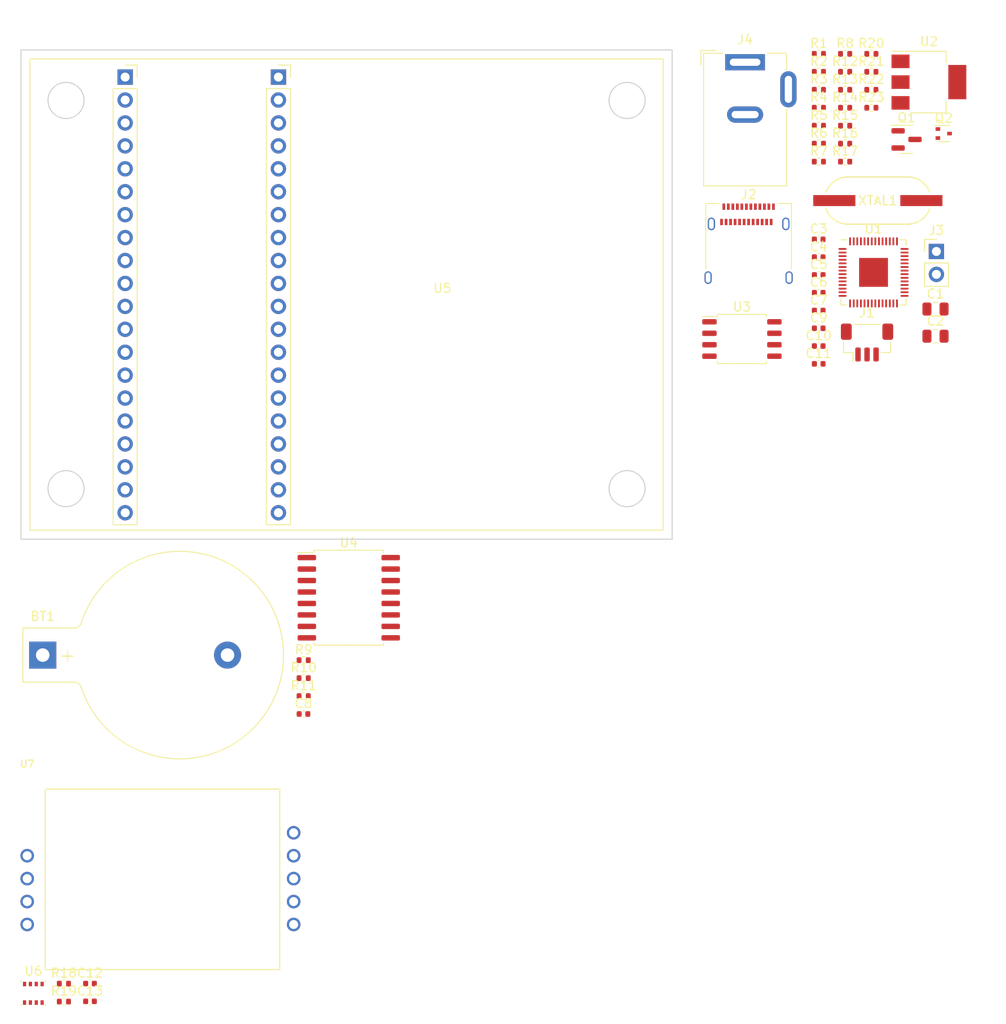
<source format=kicad_pcb>
(kicad_pcb (version 20221018) (generator pcbnew)
  (layers (0 "F.Cu" signal) (31 "B.Cu" signal) (34 "B.Paste" user) (35 "F.Paste" user) (36 "B.SilkS" user "B.Silkscreen") (37 "F.SilkS" user "F.Silkscreen") (38 "B.Mask" user) (39 "F.Mask" user) (44 "Edge.Cuts" user))
  (net 0 "")
  (net 1 "Net-(BT1-+)")
  (net 2 "GND")
  (net 3 "+5V")
  (net 4 "+3.3V")
  (net 5 "/XIN")
  (net 6 "Net-(C5-Pad2)")
  (net 7 "+1V1")
  (net 8 "Net-(Q2-D)")
  (net 9 "+3V3")
  (net 10 "/DEBUG_SC")
  (net 11 "/DEBUG_SD")
  (net 14 "VBUS")
  (net 15 "Net-(J2-CC1)")
  (net 16 "/USB_D+")
  (net 17 "/USB_D-")
  (net 23 "Net-(J2-CC2)")
  (net 27 "Net-(J3-Pin_1)")
  (net 28 "Net-(J4-POWER)")
  (net 29 "/VSYS_SENSE")
  (net 30 "/FLASH_CS")
  (net 31 "/XOUT")
  (net 32 "Net-(U1-USB_DP)")
  (net 33 "Net-(U1-USB_DM)")
  (net 34 "/Display-RTC/I2C0_SCL")
  (net 35 "/Display-RTC/I2C0_SDA")
  (net 36 "/Display-RTC/RTC_IRQ")
  (net 37 "/GPIO_5")
  (net 38 "/SDIO_CLK")
  (net 39 "/GPIO_18")
  (net 40 "/SDIO_CMD")
  (net 41 "/GPIO_19")
  (net 42 "/SDIO_D0")
  (net 43 "/GPIO_20")
  (net 44 "/SDIO_D1")
  (net 45 "/GPIO_21")
  (net 46 "/SDIO_D2")
  (net 47 "/GPIO_22")
  (net 48 "/SDIO_D3CS")
  (net 49 "/Sensors/I2C1_SCL")
  (net 50 "/Sensors/I2C1_SDA")
  (net 51 "/I2C0_SDA")
  (net 52 "/I2C0_SCL")
  (net 53 "/GPIO_0")
  (net 54 "/GPIO_1")
  (net 55 "/I2C1_SDA")
  (net 56 "/I2C1_SCL")
  (net 60 "/DISPLAY_DC")
  (net 61 "/DISPLAY_CS")
  (net 62 "/SPI1_SCK")
  (net 63 "/SPI1_TX")
  (net 64 "/SPI1_RX")
  (net 65 "/DISPLAY_BL")
  (net 67 "/DISPLAY_RST")
  (net 68 "/RUN")
  (net 69 "/TP_CS")
  (net 70 "/TP_IRQ")
  (net 80 "/FLASH_SD3")
  (net 81 "/FLASH_CLK")
  (net 82 "/FLASH_SD0")
  (net 83 "/FLASH_SD2")
  (net 84 "/FLASH_SD1")
  (net 87 "/Display-RTC/SDIO_CLK")
  (net 88 "/Display-RTC/DISPLAY_DC")
  (net 89 "/Display-RTC/DISPLAY_CS")
  (net 90 "/Display-RTC/SPI1_SCK")
  (net 91 "/Display-RTC/SPI1_TX")
  (net 92 "/Display-RTC/SPI1_RX")
  (net 93 "/Display-RTC/DISPLAY_BL")
  (net 94 "/Display-RTC/DISPLAY_RST")
  (footprint "Capacitor_SMD:C_0402_1005Metric" (layer "F.Cu") (at 164.039579 63.95438)
    (fp_text reference "C7" (at 0 -1.16) (layer "F.SilkS"))
    (fp_text value "100n")
    (pad "1" smd roundrect (at -0.48 0) (size 0.56 0.62) (layers "F.Cu" "F.Paste" "F.Mask") (net 2 "GND"))
    (pad "2" smd roundrect (at 0.48 0) (size 0.56 0.62) (layers "F.Cu" "F.Paste" "F.Mask") (net 7 "+1V1"))
  )
  (footprint "Resistor_SMD:R_0402_1005Metric" (layer "F.Cu") (at 80.359579 140.51438)
    (fp_text reference "R19" (at 0 -1.17) (layer "F.SilkS"))
    (fp_text value "10k")
    (pad "1" smd roundrect (at -0.51 0) (size 0.54 0.64) (layers "F.Cu" "F.Paste" "F.Mask") (net 9 "+3V3"))
    (pad "2" smd roundrect (at 0.51 0) (size 0.54 0.64) (layers "F.Cu" "F.Paste" "F.Mask") (net 50 "/Sensors/I2C1_SDA"))
  )
  (footprint "Capacitor_SMD:C_0402_1005Metric" (layer "F.Cu") (at 164.039579 69.86438)
    (fp_text reference "C11" (at 0 -1.16) (layer "F.SilkS"))
    (fp_text value "1n")
    (pad "1" smd roundrect (at -0.48 0) (size 0.56 0.62) (layers "F.Cu" "F.Paste" "F.Mask") (net 2 "GND"))
    (pad "2" smd roundrect (at 0.48 0) (size 0.56 0.62) (layers "F.Cu" "F.Paste" "F.Mask") (net 8 "Net-(Q2-D)"))
  )
  (footprint "Resistor_SMD:R_0402_1005Metric" (layer "F.Cu") (at 164.059579 43.48438)
    (fp_text reference "R5" (at 0 -1.17) (layer "F.SilkS"))
    (fp_text value "27")
    (pad "1" smd roundrect (at -0.51 0) (size 0.54 0.64) (layers "F.Cu" "F.Paste" "F.Mask") (net 32 "Net-(U1-USB_DP)"))
    (pad "2" smd roundrect (at 0.51 0) (size 0.54 0.64) (layers "F.Cu" "F.Paste" "F.Mask") (net 16 "/USB_D+"))
  )
  (footprint "Resistor_SMD:R_0402_1005Metric" (layer "F.Cu") (at 169.879579 41.49438)
    (fp_text reference "R23" (at 0 -1.17) (layer "F.SilkS"))
    (fp_text value "0")
    (pad "1" smd roundrect (at -0.51 0) (size 0.54 0.64) (layers "F.Cu" "F.Paste" "F.Mask") (net 54 "/GPIO_1"))
    (pad "2" smd roundrect (at 0.51 0) (size 0.54 0.64) (layers "F.Cu" "F.Paste" "F.Mask") (net 52 "/I2C0_SCL"))
  )
  (footprint "Capacitor_SMD:C_0805_2012Metric" (layer "F.Cu") (at 176.989579 66.80438)
    (fp_text reference "C2" (at 0 -1.68) (layer "F.SilkS"))
    (fp_text value "10u")
    (pad "1" smd roundrect (at -0.95 0) (size 1 1.45) (layers "F.Cu" "F.Paste" "F.Mask") (net 4 "+3.3V"))
    (pad "2" smd roundrect (at 0.95 0) (size 1 1.45) (layers "F.Cu" "F.Paste" "F.Mask") (net 2 "GND"))
  )
  (footprint "Resistor_SMD:R_0402_1005Metric" (layer "F.Cu") (at 106.939579 106.67438)
    (fp_text reference "R11" (at 0 -1.17) (layer "F.SilkS"))
    (fp_text value "10k")
    (pad "1" smd roundrect (at -0.51 0) (size 0.54 0.64) (layers "F.Cu" "F.Paste" "F.Mask") (net 4 "+3.3V"))
    (pad "2" smd roundrect (at 0.51 0) (size 0.54 0.64) (layers "F.Cu" "F.Paste" "F.Mask") (net 36 "/Display-RTC/RTC_IRQ"))
  )
  (footprint "Capacitor_SMD:C_0402_1005Metric" (layer "F.Cu") (at 106.919579 108.65438)
    (fp_text reference "C8" (at 0 -1.16) (layer "F.SilkS"))
    (fp_text value "0.1u")
    (pad "1" smd roundrect (at -0.48 0) (size 0.56 0.62) (layers "F.Cu" "F.Paste" "F.Mask") (net 4 "+3.3V"))
    (pad "2" smd roundrect (at 0.48 0) (size 0.56 0.62) (layers "F.Cu" "F.Paste" "F.Mask") (net 2 "GND"))
  )
  (footprint "Capacitor_SMD:C_0402_1005Metric" (layer "F.Cu") (at 164.039579 60.01438)
    (fp_text reference "C5" (at 0 -1.16) (layer "F.SilkS"))
    (fp_text value "27p")
    (pad "1" smd roundrect (at -0.48 0) (size 0.56 0.62) (layers "F.Cu" "F.Paste" "F.Mask") (net 2 "GND"))
    (pad "2" smd roundrect (at 0.48 0) (size 0.56 0.62) (layers "F.Cu" "F.Paste" "F.Mask") (net 6 "Net-(C5-Pad2)"))
  )
  (footprint "Sensor:MH-Z19B" (layer "F.Cu") (at 76.288579 131.97288)
    (fp_text reference "U7" (at 0 -17.78) (layer "F.SilkS") (effects (font (size 0.787402 0.787402))))
    (fp_text value "MH-Z19B")
    (pad "GND" thru_hole circle (at 0 -2.54) (size 1.508 1.508) (drill 1) (layers "*.Cu" "*.Mask") (net 2 "GND"))
    (pad "RX" thru_hole circle (at 29.54 -2.54) (size 1.508 1.508) (drill 1) (layers "*.Cu" "*.Mask"))
    (pad "TX" thru_hole circle (at 29.54 -5.08) (size 1.508 1.508) (drill 1) (layers "*.Cu" "*.Mask"))
    (pad "VIN" thru_hole circle (at 0 0) (size 1.508 1.508) (drill 1) (layers "*.Cu" "*.Mask") (net 3 "+5V"))
    (pad "X@1" thru_hole circle (at 0 -5.08) (size 1.508 1.508) (drill 1) (layers "*.Cu" "*.Mask"))
    (pad "X@2" thru_hole circle (at 0 -7.62) (size 1.508 1.508) (drill 1) (layers "*.Cu" "*.Mask"))
    (pad "X@3" thru_hole circle (at 29.54 0) (size 1.508 1.508) (drill 1) (layers "*.Cu" "*.Mask"))
    (pad "X@4" thru_hole circle (at 29.54 -7.62) (size 1.508 1.508) (drill 1) (layers "*.Cu" "*.Mask"))
    (pad "XQ5" thru_hole circle (at 29.54 -10.16) (size 1.508 1.508) (drill 1) (layers "*.Cu" "*.Mask"))
  )
  (footprint "Resistor_SMD:R_0402_1005Metric" (layer "F.Cu") (at 166.969579 45.47438)
    (fp_text reference "R16" (at 0 -1.17) (layer "F.SilkS"))
    (fp_text value "0")
    (pad "1" smd roundrect (at -0.51 0) (size 0.54 0.64) (layers "F.Cu" "F.Paste" "F.Mask") (net 45 "/GPIO_21"))
    (pad "2" smd roundrect (at 0.51 0) (size 0.54 0.64) (layers "F.Cu" "F.Paste" "F.Mask") (net 46 "/SDIO_D2"))
  )
  (footprint "Capacitor_SMD:C_0402_1005Metric" (layer "F.Cu") (at 164.039579 67.89438)
    (fp_text reference "C10" (at 0 -1.16) (layer "F.SilkS"))
    (fp_text value "100n")
    (pad "1" smd roundrect (at -0.48 0) (size 0.56 0.62) (layers "F.Cu" "F.Paste" "F.Mask") (net 4 "+3.3V"))
    (pad "2" smd roundrect (at 0.48 0) (size 0.56 0.62) (layers "F.Cu" "F.Paste" "F.Mask") (net 2 "GND"))
  )
  (footprint "Capacitor_SMD:C_0402_1005Metric" (layer "F.Cu") (at 164.039579 58.04438)
    (fp_text reference "C4" (at 0 -1.16) (layer "F.SilkS"))
    (fp_text value "27p")
    (pad "1" smd roundrect (at -0.48 0) (size 0.56 0.62) (layers "F.Cu" "F.Paste" "F.Mask") (net 2 "GND"))
    (pad "2" smd roundrect (at 0.48 0) (size 0.56 0.62) (layers "F.Cu" "F.Paste" "F.Mask") (net 5 "/XIN"))
  )
  (footprint "Resistor_SMD:R_0402_1005Metric" (layer "F.Cu") (at 164.059579 35.52438)
    (fp_text reference "R1" (at 0 -1.17) (layer "F.SilkS"))
    (fp_text value "5.1k")
    (pad "1" smd roundrect (at -0.51 0) (size 0.54 0.64) (layers "F.Cu" "F.Paste" "F.Mask") (net 15 "Net-(J2-CC1)"))
    (pad "2" smd roundrect (at 0.51 0) (size 0.54 0.64) (layers "F.Cu" "F.Paste" "F.Mask") (net 2 "GND"))
  )
  (footprint "Capacitor_SMD:C_0402_1005Metric" (layer "F.Cu") (at 83.249579 138.51438)
    (fp_text reference "C12" (at 0 -1.16) (layer "F.SilkS"))
    (fp_text value "100n")
    (pad "1" smd roundrect (at -0.48 0) (size 0.56 0.62) (layers "F.Cu" "F.Paste" "F.Mask") (net 2 "GND"))
    (pad "2" smd roundrect (at 0.48 0) (size 0.56 0.62) (layers "F.Cu" "F.Paste" "F.Mask") (net 9 "+3V3"))
  )
  (footprint "Capacitor_SMD:C_0805_2012Metric" (layer "F.Cu") (at 176.989579 63.79438)
    (fp_text reference "C1" (at 0 -1.68) (layer "F.SilkS"))
    (fp_text value "10u")
    (pad "1" smd roundrect (at -0.95 0) (size 1 1.45) (layers "F.Cu" "F.Paste" "F.Mask") (net 3 "+5V"))
    (pad "2" smd roundrect (at 0.95 0) (size 1 1.45) (layers "F.Cu" "F.Paste" "F.Mask") (net 2 "GND"))
  )
  (footprint "Resistor_SMD:R_0402_1005Metric" (layer "F.Cu") (at 164.059579 39.50438)
    (fp_text reference "R3" (at 0 -1.17) (layer "F.SilkS"))
    (fp_text value "1k")
    (pad "1" smd roundrect (at -0.51 0) (size 0.54 0.64) (layers "F.Cu" "F.Paste" "F.Mask") (net 27 "Net-(J3-Pin_1)"))
    (pad "2" smd roundrect (at 0.51 0) (size 0.54 0.64) (layers "F.Cu" "F.Paste" "F.Mask") (net 30 "/FLASH_CS"))
  )
  (footprint "Connector_USB:USB_C_Receptacle_Amphenol_12401610E4-2A" (layer "F.Cu") (at 156.269579 57.47438)
    (fp_text reference "J2" (at 0 -6.36) (layer "F.SilkS"))
    (fp_text value "USB_C_Receptacle")
    (pad "" np_thru_hole circle (at -3.6 -4.36) (size 0.65 0.65) (drill 0.65) (layers "*.Cu" "*.Mask"))
    (pad "" np_thru_hole oval (at 3.6 -4.36) (size 0.95 0.65) (drill oval 0.95 0.65) (layers "*.Cu" "*.Mask"))
    (pad "A1" smd rect (at -2.75 -5.02) (size 0.3 0.7) (layers "F.Cu" "F.Paste" "F.Mask") (net 2 "GND"))
    (pad "A2" smd rect (at -2.25 -5.02) (size 0.3 0.7) (layers "F.Cu" "F.Paste" "F.Mask"))
    (pad "A3" smd rect (at -1.75 -5.02) (size 0.3 0.7) (layers "F.Cu" "F.Paste" "F.Mask"))
    (pad "A4" smd rect (at -1.25 -5.02) (size 0.3 0.7) (layers "F.Cu" "F.Paste" "F.Mask") (net 14 "VBUS"))
    (pad "A5" smd rect (at -0.75 -5.02) (size 0.3 0.7) (layers "F.Cu" "F.Paste" "F.Mask") (net 15 "Net-(J2-CC1)"))
    (pad "A6" smd rect (at -0.25 -5.02) (size 0.3 0.7) (layers "F.Cu" "F.Paste" "F.Mask") (net 16 "/USB_D+"))
    (pad "A7" smd rect (at 0.25 -5.02) (size 0.3 0.7) (layers "F.Cu" "F.Paste" "F.Mask") (net 17 "/USB_D-"))
    (pad "A8" smd rect (at 0.75 -5.02) (size 0.3 0.7) (layers "F.Cu" "F.Paste" "F.Mask"))
    (pad "A9" smd rect (at 1.25 -5.02) (size 0.3 0.7) (layers "F.Cu" "F.Paste" "F.Mask") (net 14 "VBUS"))
    (pad "A10" smd rect (at 1.75 -5.02) (size 0.3 0.7) (layers "F.Cu" "F.Paste" "F.Mask"))
    (pad "A11" smd rect (at 2.25 -5.02) (size 0.3 0.7) (layers "F.Cu" "F.Paste" "F.Mask"))
    (pad "A12" smd rect (at 2.75 -5.02) (size 0.3 0.7) (layers "F.Cu" "F.Paste" "F.Mask") (net 2 "GND"))
    (pad "B1" smd rect (at 2.5 -3.32) (size 0.3 0.7) (layers "F.Cu" "F.Paste" "F.Mask") (net 2 "GND"))
    (pad "B2" smd rect (at 2 -3.32) (size 0.3 0.7) (layers "F.Cu" "F.Paste" "F.Mask"))
    (pad "B3" smd rect (at 1.5 -3.32) (size 0.3 0.7) (layers "F.Cu" "F.Paste" "F.Mask"))
    (pad "B4" smd rect (at 1 -3.32) (size 0.3 0.7) (layers "F.Cu" "F.Paste" "F.Mask") (net 14 "VBUS"))
    (pad "B5" smd rect (at 0.5 -3.32) (size 0.3 0.7) (layers "F.Cu" "F.Paste" "F.Mask") (net 23 "Net-(J2-CC2)"))
    (pad "B6" smd rect (at 0 -3.32) (size 0.3 0.7) (layers "F.Cu" "F.Paste" "F.Mask") (net 16 "/USB_D+"))
    (pad "B7" smd rect (at -0.5 -3.32) (size 0.3 0.7) (layers "F.Cu" "F.Paste" "F.Mask") (net 17 "/USB_D-"))
    (pad "B8" smd rect (at -1 -3.32) (size 0.3 0.7) (layers "F.Cu" "F.Paste" "F.Mask"))
    (pad "B9" smd rect (at -1.5 -3.32) (size 0.3 0.7) (layers "F.Cu" "F.Paste" "F.Mask") (net 14 "VBUS"))
    (pad "B10" smd rect (at -2 -3.32) (size 0.3 0.7) (layers "F.Cu" "F.Paste" "F.Mask"))
    (pad "B11" smd rect (at -2.5 -3.32) (size 0.3 0.7) (layers "F.Cu" "F.Paste" "F.Mask"))
    (pad "B12" smd rect (at -3 -3.32) (size 0.3 0.7) (layers "F.Cu" "F.Paste" "F.Mask") (net 2 "GND"))
    (pad "S1" thru_hole oval (at -4.49 2.84) (size 0.8 1.4) (drill oval 0.5 1.1) (layers "*.Cu" "*.Mask") (net 2 "GND"))
    (pad "S1" thru_hole oval (at -4.13 -3.11) (size 0.8 1.4) (drill oval 0.5 1.1) (layers "*.Cu" "*.Mask") (net 2 "GND"))
    (pad "S1" thru_hole oval (at 4.13 -3.11) (size 0.8 1.4) (drill oval 0.5 1.1) (layers "*.Cu" "*.Mask") (net 2 "GND"))
    (pad "S1" thru_hole oval (at 4.49 2.84) (size 0.8 1.4) (drill oval 0.5 1.1) (layers "*.Cu" "*.Mask") (net 2 "GND"))
  )
  (footprint "Package_SO:SOIC-16W_7.5x10.3mm_P1.27mm" (layer "F.Cu") (at 111.939579 95.77438)
    (fp_text reference "U4" (at 0 -6.1) (layer "F.SilkS"))
    (fp_text value "DS3231M")
    (pad "1" smd roundrect (at -4.65 -4.445) (size 2.05 0.6) (layers "F.Cu" "F.Paste" "F.Mask"))
    (pad "2" smd roundrect (at -4.65 -3.175) (size 2.05 0.6) (layers "F.Cu" "F.Paste" "F.Mask") (net 4 "+3.3V"))
    (pad "3" smd roundrect (at -4.65 -1.905) (size 2.05 0.6) (layers "F.Cu" "F.Paste" "F.Mask") (net 36 "/Display-RTC/RTC_IRQ"))
    (pad "4" smd roundrect (at -4.65 -0.635) (size 2.05 0.6) (layers "F.Cu" "F.Paste" "F.Mask"))
    (pad "5" smd roundrect (at -4.65 0.635) (size 2.05 0.6) (layers "F.Cu" "F.Paste" "F.Mask") (net 2 "GND"))
    (pad "6" smd roundrect (at -4.65 1.905) (size 2.05 0.6) (layers "F.Cu" "F.Paste" "F.Mask") (net 2 "GND"))
    (pad "7" smd roundrect (at -4.65 3.175) (size 2.05 0.6) (layers "F.Cu" "F.Paste" "F.Mask") (net 2 "GND"))
    (pad "8" smd roundrect (at -4.65 4.445) (size 2.05 0.6) (layers "F.Cu" "F.Paste" "F.Mask") (net 2 "GND"))
    (pad "9" smd roundrect (at 4.65 4.445) (size 2.05 0.6) (layers "F.Cu" "F.Paste" "F.Mask") (net 2 "GND"))
    (pad "10" smd roundrect (at 4.65 3.175) (size 2.05 0.6) (layers "F.Cu" "F.Paste" "F.Mask") (net 2 "GND"))
    (pad "11" smd roundrect (at 4.65 1.905) (size 2.05 0.6) (layers "F.Cu" "F.Paste" "F.Mask") (net 2 "GND"))
    (pad "12" smd roundrect (at 4.65 0.635) (size 2.05 0.6) (layers "F.Cu" "F.Paste" "F.Mask") (net 2 "GND"))
    (pad "13" smd roundrect (at 4.65 -0.635) (size 2.05 0.6) (layers "F.Cu" "F.Paste" "F.Mask") (net 2 "GND"))
    (pad "14" smd roundrect (at 4.65 -1.905) (size 2.05 0.6) (layers "F.Cu" "F.Paste" "F.Mask") (net 1 "Net-(BT1-+)"))
    (pad "15" smd roundrect (at 4.65 -3.175) (size 2.05 0.6) (layers "F.Cu" "F.Paste" "F.Mask") (net 35 "/Display-RTC/I2C0_SDA"))
    (pad "16" smd roundrect (at 4.65 -4.445) (size 2.05 0.6) (layers "F.Cu" "F.Paste" "F.Mask") (net 34 "/Display-RTC/I2C0_SCL"))
  )
  (footprint "Package_SO:SOIC-8_5.23x5.23mm_P1.27mm" (layer "F.Cu") (at 155.529579 67.11438)
    (fp_text reference "U3" (at 0 -3.56) (layer "F.SilkS"))
    (fp_text value "W25Q128JVS")
    (pad "1" smd roundrect (at -3.6 -1.905) (size 1.6 0.6) (layers "F.Cu" "F.Paste" "F.Mask") (net 30 "/FLASH_CS"))
    (pad "2" smd roundrect (at -3.6 -0.635) (size 1.6 0.6) (layers "F.Cu" "F.Paste" "F.Mask") (net 84 "/FLASH_SD1"))
    (pad "3" smd roundrect (at -3.6 0.635) (size 1.6 0.6) (layers "F.Cu" "F.Paste" "F.Mask") (net 83 "/FLASH_SD2"))
    (pad "4" smd roundrect (at -3.6 1.905) (size 1.6 0.6) (layers "F.Cu" "F.Paste" "F.Mask") (net 2 "GND"))
    (pad "5" smd roundrect (at 3.6 1.905) (size 1.6 0.6) (layers "F.Cu" "F.Paste" "F.Mask") (net 82 "/FLASH_SD0"))
    (pad "6" smd roundrect (at 3.6 0.635) (size 1.6 0.6) (layers "F.Cu" "F.Paste" "F.Mask") (net 81 "/FLASH_CLK"))
    (pad "7" smd roundrect (at 3.6 -0.635) (size 1.6 0.6) (layers "F.Cu" "F.Paste" "F.Mask") (net 80 "/FLASH_SD3"))
    (pad "8" smd roundrect (at 3.6 -1.905) (size 1.6 0.6) (layers "F.Cu" "F.Paste" "F.Mask") (net 4 "+3.3V"))
  )
  (footprint "Connector_PinHeader_2.54mm:PinHeader_1x02_P2.54mm_Vertical" (layer "F.Cu") (at 177.089579 57.41438)
    (fp_text reference "J3" (at 0 -2.33) (layer "F.SilkS"))
    (fp_text value "USB Boot Switch")
    (pad "1" thru_hole rect (at 0 0) (size 1.7 1.7) (drill 1) (layers "*.Cu" "*.Mask") (net 27 "Net-(J3-Pin_1)"))
    (pad "2" thru_hole oval (at 0 2.54) (size 1.7 1.7) (drill 1) (layers "*.Cu" "*.Mask") (net 2 "GND"))
  )
  (footprint "Package_TO_SOT_SMD:SOT-523" (layer "F.Cu") (at 177.899579 44.35438)
    (fp_text reference "Q2" (at 0 -1.7) (layer "F.SilkS"))
    (fp_text value "DMG1012T")
    (pad "1" smd rect (at -0.645 -0.5 180) (size 0.51 0.4) (layers "F.Cu" "F.Paste" "F.Mask") (net 4 "+3.3V"))
    (pad "2" smd rect (at -0.645 0.5 180) (size 0.51 0.4) (layers "F.Cu" "F.Paste" "F.Mask") (net 29 "/VSYS_SENSE"))
    (pad "3" smd rect (at 0.645 0 180) (size 0.51 0.4) (layers "F.Cu" "F.Paste" "F.Mask") (net 8 "Net-(Q2-D)"))
  )
  (footprint "Battery:BatteryHolder_Keystone_103_1x20mm" (layer "F.Cu") (at 78.009579 102.130097)
    (fp_text reference "BT1" (at 0 -4.3) (layer "F.SilkS"))
    (fp_text value "Battery")
    (fp_text user "+" (at 2.75 0) (layer "F.SilkS") (effects (font (size 1.5 1.5))))
    (pad "1" thru_hole rect (at 0 0) (size 3 3) (drill 1.5) (layers "*.Cu" "*.Mask") (net 1 "Net-(BT1-+)"))
    (pad "2" thru_hole circle (at 20.49 0) (size 3 3) (drill 1.5) (layers "*.Cu" "*.Mask") (net 2 "GND"))
  )
  (footprint "Package_TO_SOT_SMD:SOT-23" (layer "F.Cu") (at 173.779579 45.00438)
    (fp_text reference "Q1" (at 0 -2.4) (layer "F.SilkS"))
    (fp_text value "DMG2305UX")
    (pad "1" smd roundrect (at -0.9375 -0.95) (size 1.475 0.6) (layers "F.Cu" "F.Paste" "F.Mask") (net 14 "VBUS"))
    (pad "2" smd roundrect (at -0.9375 0.95) (size 1.475 0.6) (layers "F.Cu" "F.Paste" "F.Mask") (net 3 "+5V"))
    (pad "3" smd roundrect (at 0.9375 0) (size 1.475 0.6) (layers "F.Cu" "F.Paste" "F.Mask") (net 28 "Net-(J4-POWER)"))
  )
  (footprint "Capacitor_SMD:C_0402_1005Metric" (layer "F.Cu") (at 164.039579 61.98438)
    (fp_text reference "C6" (at 0 -1.16) (layer "F.SilkS"))
    (fp_text value "1u")
    (pad "1" smd roundrect (at -0.48 0) (size 0.56 0.62) (layers "F.Cu" "F.Paste" "F.Mask") (net 7 "+1V1"))
    (pad "2" smd roundrect (at 0.48 0) (size 0.56 0.62) (layers "F.Cu" "F.Paste" "F.Mask") (net 2 "GND"))
  )
  (footprint "Resistor_SMD:R_0402_1005Metric" (layer "F.Cu") (at 164.059579 47.46438)
    (fp_text reference "R7" (at 0 -1.17) (layer "F.SilkS"))
    (fp_text value "100k")
    (pad "1" smd roundrect (at -0.51 0) (size 0.54 0.64) (layers "F.Cu" "F.Paste" "F.Mask") (net 2 "GND"))
    (pad "2" smd roundrect (at 0.51 0) (size 0.54 0.64) (layers "F.Cu" "F.Paste" "F.Mask") (net 8 "Net-(Q2-D)"))
  )
  (footprint "Capacitor_SMD:C_0402_1005Metric" (layer "F.Cu") (at 83.249579 140.48438)
    (fp_text reference "C13" (at 0 -1.16) (layer "F.SilkS"))
    (fp_text value "1u")
    (pad "1" smd roundrect (at -0.48 0) (size 0.56 0.62) (layers "F.Cu" "F.Paste" "F.Mask") (net 9 "+3V3"))
    (pad "2" smd roundrect (at 0.48 0) (size 0.56 0.62) (layers "F.Cu" "F.Paste" "F.Mask") (net 2 "GND"))
  )
  (footprint "Capacitor_SMD:C_0402_1005Metric" (layer "F.Cu") (at 164.039579 65.92438)
    (fp_text reference "C9" (at 0 -1.16) (layer "F.SilkS"))
    (fp_text value "1u")
    (pad "1" smd roundrect (at -0.48 0) (size 0.56 0.62) (layers "F.Cu" "F.Paste" "F.Mask") (net 4 "+3.3V"))
    (pad "2" smd roundrect (at 0.48 0) (size 0.56 0.62) (layers "F.Cu" "F.Paste" "F.Mask") (net 2 "GND"))
  )
  (footprint "Resistor_SMD:R_0402_1005Metric" (layer "F.Cu") (at 166.969579 41.49438)
    (fp_text reference "R14" (at 0 -1.17) (layer "F.SilkS"))
    (fp_text value "0")
    (pad "1" smd roundrect (at -0.51 0) (size 0.54 0.64) (layers "F.Cu" "F.Paste" "F.Mask") (net 41 "/GPIO_19"))
    (pad "2" smd roundrect (at 0.51 0) (size 0.54 0.64) (layers "F.Cu" "F.Paste" "F.Mask") (net 42 "/SDIO_D0"))
  )
  (footprint "Resistor_SMD:R_0402_1005Metric" (layer "F.Cu") (at 164.059579 37.51438)
    (fp_text reference "R2" (at 0 -1.17) (layer "F.SilkS"))
    (fp_text value "5.1k")
    (pad "1" smd roundrect (at -0.51 0) (size 0.54 0.64) (layers "F.Cu" "F.Paste" "F.Mask") (net 23 "Net-(J2-CC2)"))
    (pad "2" smd roundrect (at 0.51 0) (size 0.54 0.64) (layers "F.Cu" "F.Paste" "F.Mask") (net 2 "GND"))
  )
  (footprint "Display:Pico-ResTouch-LCD-2.8" (layer "F.Cu") (at 107.074579 56.40938)
    (fp_text reference "U5" (at 15.24 5.08 unlocked) (layer "F.SilkS"))
    (fp_text value "~")
    (fp_rect (start -31.48 -21.32) (end 40.72 32.88) (stroke (width 0.12)) (fill none) (layer "Edge.Cuts"))
    (fp_circle (center -26.48 -15.72) (end -24.48 -15.72) (stroke (width 0.12)) (fill none) (layer "Edge.Cuts"))
    (fp_circle (center -26.48 27.28) (end -24.48 27.28) (stroke (width 0.12)) (fill none) (layer "Edge.Cuts"))
    (fp_circle (center 35.72 -15.72) (end 37.72 -15.72) (stroke (width 0.12)) (fill none) (layer "Edge.Cuts"))
    (fp_circle (center 35.72 27.28) (end 37.72 27.28) (stroke (width 0.12)) (fill none) (layer "Edge.Cuts"))
    (pad "1" thru_hole rect (at -19.924579 -18.30938) (size 1.7 1.7) (drill 1) (layers "*.Cu" "*.Mask"))
    (pad "1" thru_hole rect (at -2.934579 -18.30938) (size 1.7 1.7) (drill 1) (layers "*.Cu" "*.Mask"))
    (pad "2" thru_hole oval (at -19.924579 -15.76938) (size 1.7 1.7) (drill 1) (layers "*.Cu" "*.Mask"))
    (pad "2" thru_hole oval (at -2.934579 -15.76938) (size 1.7 1.7) (drill 1) (layers "*.Cu" "*.Mask"))
    (pad "3" thru_hole oval (at -19.924579 -13.22938) (size 1.7 1.7) (drill 1) (layers "*.Cu" "*.Mask") (net 2 "GND"))
    (pad "3" thru_hole oval (at -2.934579 -13.22938) (size 1.7 1.7) (drill 1) (layers "*.Cu" "*.Mask") (net 2 "GND"))
    (pad "4" thru_hole oval (at -19.924579 -10.68938) (size 1.7 1.7) (drill 1) (layers "*.Cu" "*.Mask"))
    (pad "4" thru_hole oval (at -2.934579 -10.68938) (size 1.7 1.7) (drill 1) (layers "*.Cu" "*.Mask"))
    (pad "5" thru_hole oval (at -19.924579 -8.14938) (size 1.7 1.7) (drill 1) (layers "*.Cu" "*.Mask"))
    (pad "5" thru_hole oval (at -2.934579 -8.14938) (size 1.7 1.7) (drill 1) (layers "*.Cu" "*.Mask"))
    (pad "6" thru_hole oval (at -19.924579 -5.60938) (size 1.7 1.7) (drill 1) (layers "*.Cu" "*.Mask"))
    (pad "6" thru_hole oval (at -2.934579 -5.60938) (size 1.7 1.7) (drill 1) (layers "*.Cu" "*.Mask"))
    (pad "7" thru_hole oval (at -19.924579 -3.06938) (size 1.7 1.7) (drill 1) (layers "*.Cu" "*.Mask") (net 87 "/Display-RTC/SDIO_CLK"))
    (pad "7" thru_hole oval (at -2.934579 -3.06938) (size 1.7 1.7) (drill 1) (layers "*.Cu" "*.Mask") (net 87 "/Display-RTC/SDIO_CLK"))
    (pad "8" thru_hole oval (at -19.924579 -0.52938) (size 1.7 1.7) (drill 1) (layers "*.Cu" "*.Mask"))
    (pad "8" thru_hole oval (at -2.934579 -0.52938) (size 1.7 1.7) (drill 1) (layers "*.Cu" "*.Mask"))
    (pad "9" thru_hole oval (at -19.924579 2.01062) (size 1.7 1.7) (drill 1) (layers "*.Cu" "*.Mask"))
    (pad "9" thru_hole oval (at -2.934579 2.01062) (size 1.7 1.7) (drill 1) (layers "*.Cu" "*.Mask"))
    (pad "10" thru_hole oval (at -19.924579 4.55062) (size 1.7 1.7) (drill 1) (layers "*.Cu" "*.Mask"))
    (pad "10" thru_hole oval (at -2.934579 4.55062) (size 1.7 1.7) (drill 1) (layers "*.Cu" "*.Mask"))
    (pad "11" thru_hole oval (at -19.924579 7.09062) (size 1.7 1.7) (drill 1) (layers "*.Cu" "*.Mask") (net 88 "/Display-RTC/DISPLAY_DC"))
    (pad "11" thru_hole oval (at -2.934579 7.09062) (size 1.7 1.7) (drill 1) (layers "*.Cu" "*.Mask") (net 88 "/Display-RTC/DISPLAY_DC"))
    (pad "12" thru_hole oval (at -19.924579 9.63062) (size 1.7 1.7) (drill 1) (layers "*.Cu" "*.Mask") (net 89 "/Display-RTC/DISPLAY_CS"))
    (pad "12" thru_hole oval (at -2.934579 9.63062) (size 1.7 1.7) (drill 1) (layers "*.Cu" "*.Mask") (net 89 "/Display-RTC/DISPLAY_CS"))
    (pad "13" thru_hole oval (at -19.924579 12.17062) (size 1.7 1.7) (drill 1) (layers "*.Cu" "*.Mask"))
    (pad "13" thru_hole oval (at -2.934579 12.17062) (size 1.7 1.7) (drill 1) (layers "*.Cu" "*.Mask"))
    (pad "14" thru_hole oval (at -19.924579 14.71062) (size 1.7 1.7) (drill 1) (layers "*.Cu" "*.Mask") (net 90 "/Display-RTC/SPI1_SCK"))
    (pad "14" thru_hole oval (at -2.934579 14.71062) (size 1.7 1.7) (drill 1) (layers "*.Cu" "*.Mask") (net 90 "/Display-RTC/SPI1_SCK"))
    (pad "15" thru_hole oval (at -19.924579 17.25062) (size 1.7 1.7) (drill 1) (layers "*.Cu" "*.Mask") (net 91 "/Display-RTC/SPI1_TX"))
    (pad "15" thru_hole oval (at -2.934579 17.25062) (size 1.7 1.7) (drill 1) (layers "*.Cu" "*.Mask") (net 91 "/Display-RTC/SPI1_TX"))
    (pad "16" thru_hole oval (at -19.924579 19.79062) (size 1.7 1.7) (drill 1) (layers "*.Cu" "*.Mask") (net 92 "/Display-RTC/SPI1_RX"))
    (pad "16" thru_hole oval (at -2.934579 19.79062) (size 1.7 1.7) (drill 1) (layers "*.Cu" "*.Mask") (net 92 "/Display-RTC/SPI1_RX"))
    (pad "17" thru_hole oval (at -19.924579 22.33062) (size 1.7 1.7) (drill 1) (layers "*.Cu" "*.Mask") (net 93 "/Display-RTC/DISPLAY_BL"))
    (pad "17" thru_hole oval (at -2.934579 22.33062) (size 1.7 1.7) (drill 1) (layers "*.Cu" "*.Mask") (net 93 "/Display-RTC/DISPLAY_BL"))
    (pad "18" thru_hole oval (at -19.924579 24.87062) (size 1.7 1.7) (drill 1) (layers "*.Cu" "*.Mask"))
    (pad "18" thru_hole oval (at -2.934579 24.87062) (size 1.7 1.7) (drill 1) (layers "*.Cu" "*.Mask"))
    (pad "19" thru_hole oval (at -19.924579 27.41062) (size 1.7 1.7) (drill 1) (layers "*.Cu" "*.Mask"))
    (pad "19" thru_hole oval (at -2.934579 27.41062) (size 1.7 1.7) (drill 1) (layers "*.Cu" "*.Mask"))
    (pad "20" thru_hole oval (at -19.924579 29.95062) (size 1.7 1.7) (drill 1) (layers "*.Cu" "*.Mask") (net 94 "/Display-RTC/DISPLAY_RST"))
    (pad "20" thru_hole oval (at -2.934579 29.95062) (size 1.7 1.7) (drill 1) (layers "*.Cu" "*.Mask") (net 94 "/Display-RTC/DISPLAY_RST"))
  )
  (footprint "Resistor_SMD:R_0402_1005Metric" (layer "F.Cu") (at 166.969579 47.46438)
    (fp_text reference "R17" (at 0 -1.17) (layer "F.SilkS"))
    (fp_text value "0")
    (pad "1" smd roundrect (at -0.51 0) (size 0.54 0.64) (layers "F.Cu" "F.Paste" "F.Mask") (net 47 "/GPIO_22"))
    (pad "2" smd roundrect (at 0.51 0) (size 0.54 0.64) (layers "F.Cu" "F.Paste" "F.Mask") (net 48 "/SDIO_D3CS"))
  )
  (footprint "Package_TO_SOT_SMD:SOT-223-3_TabPin2" (layer "F.Cu") (at 176.259579 38.65438)
    (fp_text reference "U2" (at 0 -4.5) (layer "F.SilkS"))
    (fp_text value "NCP1117-3.3_SOT223")
    (pad "1" smd rect (at -3.15 -2.3) (size 2 1.5) (layers "F.Cu" "F.Paste" "F.Mask") (net 2 "GND"))
    (pad "2" smd rect (at -3.15 0) (size 2 1.5) (layers "F.Cu" "F.Paste" "F.Mask") (net 4 "+3.3V"))
    (pad "2" smd rect (at 3.15 0) (size 2 3.8) (layers "F.Cu" "F.Paste" "F.Mask") (net 4 "+3.3V"))
    (pad "3" smd rect (at -3.15 2.3) (size 2 1.5) (layers "F.Cu" "F.Paste" "F.Mask") (net 3 "+5V"))
  )
  (footprint "Resistor_SMD:R_0402_1005Metric" (layer "F.Cu") (at 164.059579 41.49438)
    (fp_text reference "R4" (at 0 -1.17) (layer "F.SilkS"))
    (fp_text value "1k")
    (pad "1" smd roundrect (at -0.51 0) (size 0.54 0.64) (layers "F.Cu" "F.Paste" "F.Mask") (net 6 "Net-(C5-Pad2)"))
    (pad "2" smd roundrect (at 0.51 0) (size 0.54 0.64) (layers "F.Cu" "F.Paste" "F.Mask") (net 31 "/XOUT"))
  )
  (footprint "Resistor_SMD:R_0402_1005Metric" (layer "F.Cu") (at 80.359579 138.52438)
    (fp_text reference "R18" (at 0 -1.17) (layer "F.SilkS"))
    (fp_text value "10k")
    (pad "1" smd roundrect (at -0.51 0) (size 0.54 0.64) (layers "F.Cu" "F.Paste" "F.Mask") (net 9 "+3V3"))
    (pad "2" smd roundrect (at 0.51 0) (size 0.54 0.64) (layers "F.Cu" "F.Paste" "F.Mask") (net 49 "/Sensors/I2C1_SCL"))
  )
  (footprint "Resistor_SMD:R_0402_1005Metric" (layer "F.Cu") (at 166.969579 37.51438)
    (fp_text reference "R12" (at 0 -1.17) (layer "F.SilkS"))
    (fp_text value "0")
    (pad "1" smd roundrect (at -0.51 0) (size 0.54 0.64) (layers "F.Cu" "F.Paste" "F.Mask") (net 37 "/GPIO_5"))
    (pad "2" smd roundrect (at 0.51 0) (size 0.54 0.64) (layers "F.Cu" "F.Paste" "F.Mask") (net 38 "/SDIO_CLK"))
  )
  (footprint "Resistor_SMD:R_0402_1005Metric" (layer "F.Cu") (at 166.969579 43.48438)
    (fp_text reference "R15" (at 0 -1.17) (layer "F.SilkS"))
    (fp_text value "0")
    (pad "1" smd roundrect (at -0.51 0) (size 0.54 0.64) (layers "F.Cu" "F.Paste" "F.Mask") (net 43 "/GPIO_20"))
    (pad "2" smd roundrect (at 0.51 0) (size 0.54 0.64) (layers "F.Cu" "F.Paste" "F.Mask") (net 44 "/SDIO_D1"))
  )
  (footprint "XTAL_HC-Abracon-ABLS:XTAL_HC&slash_49US_ABLS_ABR" (layer "F.Cu") (at 170.597579 51.77878)
    (fp_text reference "XTAL1" (at 0 0 unlocked) (layer "F.SilkS"))
    (fp_text value "ABLS-12.000MHZ-B2-T")
    (pad "1" smd rect (at -4.826 0 90) (size 1.2192 4.6736) (layers "F.Cu" "F.Paste" "F.Mask") (net 5 "/XIN"))
    (pad "2" smd rect (at 4.826 0 90) (size 1.2192 4.6736) (layers "F.Cu" "F.Paste" "F.Mask") (net 6 "Net-(C5-Pad2)"))
  )
  (footprint "Connector_BarrelJack:BarrelJack_Wuerth_6941xx301002" (layer "F.Cu") (at 155.879579 36.45438)
    (fp_text reference "J4" (at 0 -2.5) (layer "F.SilkS"))
    (fp_text value "694106301002")
    (pad "1" thru_hole rect (at 0 0) (size 4.4 1.8) (drill oval 3.4 0.8) (layers "*.Cu" "*.Mask") (net 28 "Net-(J4-POWER)"))
    (pad "2" thru_hole oval (at 0 5.8) (size 4 1.8) (drill oval 3 0.8) (layers "*.Cu" "*.Mask") (net 2 "GND"))
    (pad "3" thru_hole oval (at 4.8 3 90) (size 4 1.8) (drill oval 3 0.8) (layers "*.Cu" "*.Mask") (net 2 "GND"))
  )
  (footprint "Resistor_SMD:R_0402_1005Metric" (layer "F.Cu") (at 106.939579 104.68438)
    (fp_text reference "R10" (at 0 -1.17) (layer "F.SilkS"))
    (fp_text value "10k")
    (pad "1" smd roundrect (at -0.51 0) (size 0.54 0.64) (layers "F.Cu" "F.Paste" "F.Mask") (net 4 "+3.3V"))
    (pad "2" smd roundrect (at 0.51 0) (size 0.54 0.64) (layers "F.Cu" "F.Paste" "F.Mask") (net 35 "/Display-RTC/I2C0_SDA"))
  )
  (footprint "Resistor_SMD:R_0402_1005Metric" (layer "F.Cu") (at 169.879579 35.52438)
    (fp_text reference "R20" (at 0 -1.17) (layer "F.SilkS"))
    (fp_text value "0")
    (pad "1" smd roundrect (at -0.51 0) (size 0.54 0.64) (layers "F.Cu" "F.Paste" "F.Mask") (net 43 "/GPIO_20"))
    (pad "2" smd roundrect (at 0.51 0) (size 0.54 0.64) (layers "F.Cu" "F.Paste" "F.Mask") (net 51 "/I2C0_SDA"))
  )
  (footprint "Resistor_SMD:R_0402_1005Metric" (layer "F.Cu") (at 166.969579 39.50438)
    (fp_text reference "R13" (at 0 -1.17) (layer "F.SilkS"))
    (fp_text value "0")
    (pad "1" smd roundrect (at -0.51 0) (size 0.54 0.64) (layers "F.Cu" "F.Paste" "F.Mask") (net 39 "/GPIO_18"))
    (pad "2" smd roundrect (at 0.51 0) (size 0.54 0.64) (layers "F.Cu" "F.Paste" "F.Mask") (net 40 "/SDIO_CMD"))
  )
  (footprint "Resistor_SMD:R_0402_1005Metric" (layer "F.Cu") (at 169.879579 39.50438)
    (fp_text reference "R22" (at 0 -1.17) (layer "F.SilkS"))
    (fp_text value "0")
    (pad "1" smd roundrect (at -0.51 0) (size 0.54 0.64) (layers "F.Cu" "F.Paste" "F.Mask") (net 53 "/GPIO_0"))
    (pad "2" smd roundrect (at 0.51 0) (size 0.54 0.64) (layers "F.Cu" "F.Paste" "F.Mask") (net 51 "/I2C0_SDA"))
  )
  (footprint "Resistor_SMD:R_0402_1005Metric" (layer "F.Cu") (at 106.939579 102.69438)
    (fp_text reference "R9" (at 0 -1.17) (layer "F.SilkS"))
    (fp_text value "10k")
    (pad "1" smd roundrect (at -0.51 0) (size 0.54 0.64) (layers "F.Cu" "F.Paste" "F.Mask") (net 4 "+3.3V"))
    (pad "2" smd roundrect (at 0.51 0) (size 0.54 0.64) (layers "F.Cu" "F.Paste" "F.Mask") (net 34 "/Display-RTC/I2C0_SCL"))
  )
  (footprint "Package_DFN_QFN:QFN-56-1EP_7x7mm_P0.4mm_EP3.2x3.2mm" (layer "F.Cu") (at 170.119579 59.73438)
    (fp_text reference "U1" (at 0 -4.82) (layer "F.SilkS"))
    (fp_text value "RP2040")
    (pad "1" smd roundrect (at -3.4375 -2.6) (size 0.875 0.2) (layers "F.Cu" "F.Paste" "F.Mask") (net 4 "+3.3V"))
    (pad "2" smd roundrect (at -3.4375 -2.2) (size 0.875 0.2) (layers "F.Cu" "F.Paste" "F.Mask") (net 53 "/GPIO_0"))
    (pad "3" smd roundrect (at -3.4375 -1.8) (size 0.875 0.2) (layers "F.Cu" "F.Paste" "F.Mask") (net 54 "/GPIO_1"))
    (pad "4" smd roundrect (at -3.4375 -1.4) (size 0.875 0.2) (layers "F.Cu" "F.Paste" "F.Mask") (net 55 "/I2C1_SDA"))
    (pad "5" smd roundrect (at -3.4375 -1) (size 0.875 0.2) (layers "F.Cu" "F.Paste" "F.Mask") (net 56 "/I2C1_SCL"))
    (pad "6" smd roundrect (at -3.4375 -0.6) (size 0.875 0.2) (layers "F.Cu" "F.Paste" "F.Mask"))
    (pad "7" smd roundrect (at -3.4375 -0.2) (size 0.875 0.2) (layers "F.Cu" "F.Paste" "F.Mask") (net 37 "/GPIO_5"))
    (pad "8" smd roundrect (at -3.4375 0.2) (size 0.875 0.2) (layers "F.Cu" "F.Paste" "F.Mask"))
    (pad "9" smd roundrect (at -3.4375 0.6) (size 0.875 0.2) (layers "F.Cu" "F.Paste" "F.Mask"))
    (pad "10" smd roundrect (at -3.4375 1) (size 0.875 0.2) (layers "F.Cu" "F.Paste" "F.Mask") (net 4 "+3.3V"))
    (pad "11" smd roundrect (at -3.4375 1.4) (size 0.875 0.2) (layers "F.Cu" "F.Paste" "F.Mask") (net 60 "/DISPLAY_DC"))
    (pad "12" smd roundrect (at -3.4375 1.8) (size 0.875 0.2) (layers "F.Cu" "F.Paste" "F.Mask") (net 61 "/DISPLAY_CS"))
    (pad "13" smd roundrect (at -3.4375 2.2) (size 0.875 0.2) (layers "F.Cu" "F.Paste" "F.Mask") (net 62 "/SPI1_SCK"))
    (pad "14" smd roundrect (at -3.4375 2.6) (size 0.875 0.2) (layers "F.Cu" "F.Paste" "F.Mask") (net 63 "/SPI1_TX"))
    (pad "15" smd roundrect (at -2.6 3.4375) (size 0.2 0.875) (layers "F.Cu" "F.Paste" "F.Mask") (net 64 "/SPI1_RX"))
    (pad "16" smd roundrect (at -2.2 3.4375) (size 0.2 0.875) (layers "F.Cu" "F.Paste" "F.Mask") (net 65 "/DISPLAY_BL"))
    (pad "17" smd roundrect (at -1.8 3.4375) (size 0.2 0.875) (layers "F.Cu" "F.Paste" "F.Mask"))
    (pad "18" smd roundrect (at -1.4 3.4375) (size 0.2 0.875) (layers "F.Cu" "F.Paste" "F.Mask") (net 67 "/DISPLAY_RST"))
    (pad "19" smd roundrect (at -1 3.4375) (size 0.2 0.875) (layers "F.Cu" "F.Paste" "F.Mask") (net 2 "GND"))
    (pad "20" smd roundrect (at -0.6 3.4375) (size 0.2 0.875) (layers "F.Cu" "F.Paste" "F.Mask") (net 5 "/XIN"))
    (pad "21" smd roundrect (at -0.2 3.4375) (size 0.2 0.875) (layers "F.Cu" "F.Paste" "F.Mask") (net 31 "/XOUT"))
    (pad "22" smd roundrect (at 0.2 3.4375) (size 0.2 0.875) (layers "F.Cu" "F.Paste" "F.Mask") (net 4 "+3.3V"))
    (pad "23" smd roundrect (at 0.6 3.4375) (size 0.2 0.875) (layers "F.Cu" "F.Paste" "F.Mask") (net 7 "+1V1"))
    (pad "24" smd roundrect (at 1 3.4375) (size 0.2 0.875) (layers "F.Cu" "F.Paste" "F.Mask") (net 10 "/DEBUG_SC"))
    (pad "25" smd roundrect (at 1.4 3.4375) (size 0.2 0.875) (layers "F.Cu" "F.Paste" "F.Mask") (net 11 "/DEBUG_SD"))
    (pad "26" smd roundrect (at 1.8 3.4375) (size 0.2 0.875) (layers "F.Cu" "F.Paste" "F.Mask") (net 68 "/RUN"))
    (pad "27" smd roundrect (at 2.2 3.4375) (size 0.2 0.875) (layers "F.Cu" "F.Paste" "F.Mask") (net 69 "/TP_CS"))
    (pad "28" smd roundrect (at 2.6 3.4375) (size 0.2 0.875) (layers "F.Cu" "F.Paste" "F.Mask") (net 70 "/TP_IRQ"))
    (pad "29" smd roundrect (at 3.4375 2.6) (size 0.875 0.2) (layers "F.Cu" "F.Paste" "F.Mask") (net 39 "/GPIO_18"))
    (pad "30" smd roundrect (at 3.4375 2.2) (size 0.875 0.2) (layers "F.Cu" "F.Paste" "F.Mask") (net 41 "/GPIO_19"))
    (pad "31" smd roundrect (at 3.4375 1.8) (size 0.875 0.2) (layers "F.Cu" "F.Paste" "F.Mask"))
    (pad "32" smd roundrect (at 3.4375 1.4) (size 0.875 0.2) (layers "F.Cu" "F.Paste" "F.Mask"))
    (pad "33" smd roundrect (at 3.4375 1) (size 0.875 0.2) (layers "F.Cu" "F.Paste" "F.Mask") (net 4 "+3.3V"))
    (pad "34" smd roundrect (at 3.4375 0.6) (size 0.875 0.2) (layers "F.Cu" "F.Paste" "F.Mask"))
    (pad "35" smd roundrect (at 3.4375 0.2) (size 0.875 0.2) (layers "F.Cu" "F.Paste" "F.Mask"))
    (pad "36" smd roundrect (at 3.4375 -0.2) (size 0.875 0.2) (layers "F.Cu" "F.Paste" "F.Mask"))
    (pad "37" smd roundrect (at 3.4375 -0.6) (size 0.875 0.2) (layers "F.Cu" "F.Paste" "F.Mask"))
    (pad "38" smd roundrect (at 3.4375 -1) (size 0.875 0.2) (layers "F.Cu" "F.Paste" "F.Mask"))
    (pad "39" smd roundrect (at 3.4375 -1.4) (size 0.875 0.2) (layers "F.Cu" "F.Paste" "F.Mask"))
    (pad "40" smd roundrect (at 3.4375 -1.8) (size 0.875 0.2) (layers "F.Cu" "F.Paste" "F.Mask"))
    (pad "41" smd roundrect (at 3.4375 -2.2) (size 0.875 0.2) (layers "F.Cu" "F.Paste" "F.Mask") (net 29 "/VSYS_SENSE"))
    (pad "42" smd roundrect (at 3.4375 -2.6) (size 0.875 0.2) (layers "F.Cu" "F.Paste" "F.Mask") (net 4 "+3.3V"))
    (pad "43" smd roundrect (at 2.6 -3.4375) (size 0.2 0.875) (layers "F.Cu" "F.Paste" "F.Mask") (net 4 "+3.3V"))
    (pad "44" smd roundrect (at 2.2 -3.4375) (size 0.2 0.875) (layers "F.Cu" "F.Paste" "F.Mask") (net 4 "+3.3V"))
    (pad "45" smd roundrect (at 1.8 -3.4375) (size 0.2 0.875) (layers "F.Cu" "F.Paste" "F.Mask") (net 7 "+1V1"))
    (pad "46" smd roundrect (at 1.4 -3.4375) (size 0.2 0.875) (layers "F.Cu" "F.Paste" "F.Mask") (net 33 "Net-(U1-USB_DM)"))
    (pad "47" smd roundrect (at 1 -3.4375) (size 0.2 0.875) (layers "F.Cu" "F.Paste" "F.Mask") (net 32 "Net-(U1-USB_DP)"))
    (pad "48" smd roundrect (at 0.6 -3.4375) (size 0.2 0.875) (layers "F.Cu" "F.Paste" "F.Mask") (net 4 "+3.3V"))
    (pad "49" smd roundrect (at 0.2 -3.4375) (size 0.2 0.875) (layers "F.Cu" "F.Paste" "F.Mask") (net 4 "+3.3V"))
    (pad "50" smd roundrect (at -0.2 -3.4375) (size 0.2 0.875) (layers "F.Cu" "F.Paste" "F.Mask") (net 7 "+1V1"))
    (pad "51" smd roundrect (at -0.6 -3.4375) (size 0.2 0.875) (layers "F.Cu" "F.Paste" "F.Mask") (net 80 "/FLASH_SD3"))
    (pad "52" smd roundrect (at -1 -3.4375) (size 0.2 0.875) (layers "F.Cu" "F.Paste" "F.Mask") (net 81 "/FLASH_CLK"))
    (pad "53" smd roundrect (at -1.4 -3.4375) (size 0.2 0.875) (layers "F.Cu" "F.Paste" "F.Mask") (net 82 "/FLASH_SD0"))
    (pad "54" smd roundrect (at -1.8 -3.4375) (size 0.2 0.875) (layers "F.Cu" "F.Paste" "F.Mask") (net 83 "/FLASH_SD2"))
    (pad "55" smd roundrect (at -2.2 -3.4375) (size 0.2 0.875) (layers "F.Cu" "F.Paste" "F.Mask") (net 84 "/FLASH_SD1"))
    (pad "56" smd roundrect (at -2.6 -3.4375) (size 0.2 0.875) (layers "F.Cu" "F.Paste" "F.Mask") (net 30 "/FLASH_CS"))
    (pad "57" smd rect (at 0 0) (size 3.2 3.2) (layers "F.Cu" "F.Mask") (net 2 "GND"))
  )
  (footprint "Package_LGA:Bosch_LGA-8_2.5x2.5mm_P0.65mm_ClockwisePinNumbering" (layer "F.Cu") (at 76.969579 139.59438)
    (fp_text reference "U6" (at 0.015 -2.465) (layer "F.SilkS"))
    (fp_text value "BME280")
    (pad "1" smd rect (at -0.975 -1.025 90) (size 0.5 0.35) (layers "F.Cu" "F.Paste" "F.Mask") (net 2 "GND"))
    (pad "2" smd rect (at -0.325 -1.025 90) (size 0.5 0.35) (layers "F.Cu" "F.Paste" "F.Mask") (net 9 "+3V3"))
    (pad "3" smd rect (at 0.325 -1.025 90) (size 0.5 0.35) (layers "F.Cu" "F.Paste" "F.Mask") (net 50 "/Sensors/I2C1_SDA"))
    (pad "4" smd rect (at 0.975 -1.025 90) (size 0.5 0.35) (layers "F.Cu" "F.Paste" "F.Mask") (net 49 "/Sensors/I2C1_SCL"))
    (pad "5" smd rect (at 0.975 1.025 90) (size 0.5 0.35) (layers "F.Cu" "F.Paste" "F.Mask") (net 2 "GND"))
    (pad "6" smd rect (at 0.325 1.025 90) (size 0.5 0.35) (layers "F.Cu" "F.Paste" "F.Mask") (net 9 "+3V3"))
    (pad "7" smd rect (at -0.325 1.025 90) (size 0.5 0.35) (layers "F.Cu" "F.Paste" "F.Mask") (net 2 "GND"))
    (pad "8" smd rect (at -0.975 1.025 90) (size 0.5 0.35) (layers "F.Cu" "F.Paste" "F.Mask") (net 9 "+3V3"))
  )
  (footprint "Capacitor_SMD:C_0402_1005Metric" (layer "F.Cu") (at 164.039579 56.07438)
    (fp_text reference "C3" (at 0 -1.16) (layer "F.SilkS"))
    (fp_text value "100n")
    (pad "1" smd roundrect (at -0.48 0) (size 0.56 0.62) (layers "F.Cu" "F.Paste" "F.Mask") (net 4 "+3.3V"))
    (pad "2" smd roundrect (at 0.48 0) (size 0.56 0.62) (layers "F.Cu" "F.Paste" "F.Mask") (net 2 "GND"))
  )
  (footprint "Resistor_SMD:R_0402_1005Metric" (layer "F.Cu") (at 166.969579 35.52438)
    (fp_text reference "R8" (at 0 -1.17) (layer "F.SilkS"))
    (fp_text value "200k")
    (pad "1" smd roundrect (at -0.51 0) (size 0.54 0.64) (layers "F.Cu" "F.Paste" "F.Mask") (net 8 "Net-(Q2-D)"))
    (pad "2" smd roundrect (at 0.51 0) (size 0.54 0.64) (layers "F.Cu" "F.Paste" "F.Mask") (net 3 "+5V"))
  )
  (footprint "Connector_JST:JST_SH_BM03B-SRSS-TB_1x03-1MP_P1.00mm_Vertical" (layer "F.Cu") (at 169.399579 67.50438)
    (fp_text reference "J1" (at 0 -3.3) (layer "F.SilkS"))
    (fp_text value "JST-SH 1x3 SWD Debug")
    (pad "1" smd roundrect (at -1 1.325) (size 0.6 1.55) (layers "F.Cu" "F.Paste" "F.Mask") (net 10 "/DEBUG_SC"))
    (pad "2" smd roundrect (at 0 1.325) (size 0.6 1.55) (layers "F.Cu" "F.Paste" "F.Mask") (net 2 "GND"))
    (pad "3" smd roundrect (at 1 1.325) (size 0.6 1.55) (layers "F.Cu" "F.Paste" "F.Mask") (net 11 "/DEBUG_SD"))
    (pad "MP" smd roundrect (at -2.3 -1.2) (size 1.2 1.8) (layers "F.Cu" "F.Paste" "F.Mask") (roundrect_rratio 0.208333))
    (pad "MP" smd roundrect (at 2.3 -1.2) (size 1.2 1.8) (layers "F.Cu" "F.Paste" "F.Mask") (roundrect_rratio 0.208333))
  )
  (footprint "Resistor_SMD:R_0402_1005Metric" (layer "F.Cu") (at 169.879579 37.51438)
    (fp_text reference "R21" (at 0 -1.17) (layer "F.SilkS"))
    (fp_text value "0")
    (pad "1" smd roundrect (at -0.51 0) (size 0.54 0.64) (layers "F.Cu" "F.Paste" "F.Mask") (net 45 "/GPIO_21"))
    (pad "2" smd roundrect (at 0.51 0) (size 0.54 0.64) (layers "F.Cu" "F.Paste" "F.Mask") (net 52 "/I2C0_SCL"))
  )
  (footprint "Resistor_SMD:R_0402_1005Metric" (layer "F.Cu") (at 164.059579 45.47438)
    (fp_text reference "R6" (at 0 -1.17) (layer "F.SilkS"))
    (fp_text value "27")
    (pad "1" smd roundrect (at -0.51 0) (size 0.54 0.64) (layers "F.Cu" "F.Paste" "F.Mask") (net 17 "/USB_D-"))
    (pad "2" smd roundrect (at 0.51 0) (size 0.54 0.64) (layers "F.Cu" "F.Paste" "F.Mask") (net 33 "Net-(U1-USB_DM)"))
  )
)
</source>
